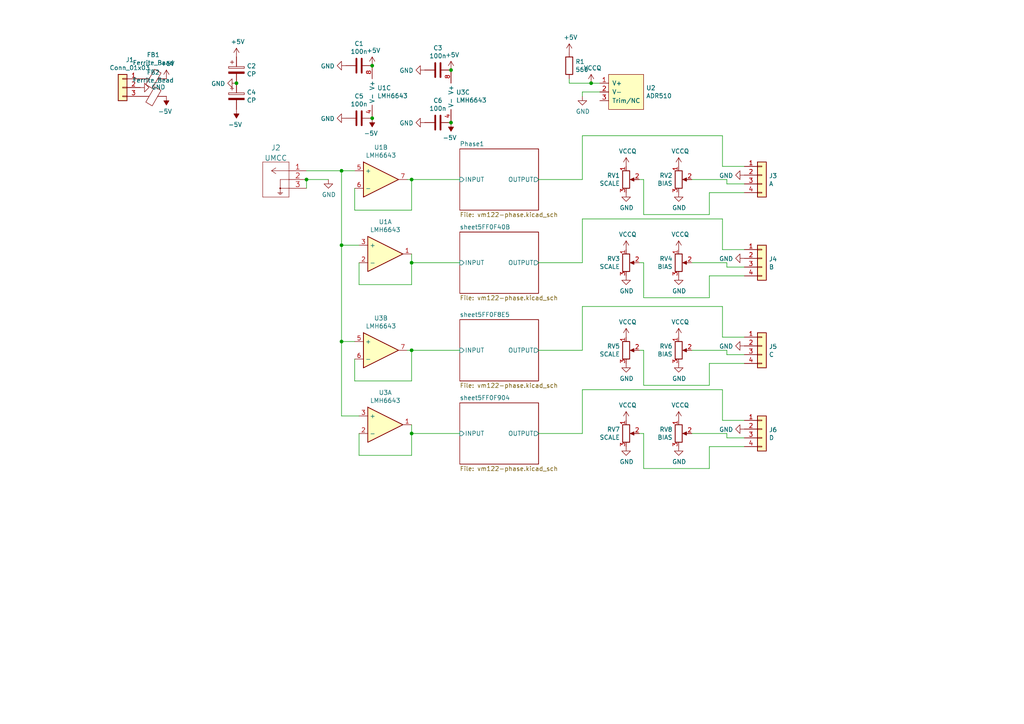
<source format=kicad_sch>
(kicad_sch (version 20211123) (generator eeschema)
  (paper "A4")
  (lib_symbols
    (symbol "Connector_Generic:Conn_01x03" (pin_names (offset 1.016) hide)
      (property "Reference" "J" (at 0 5.08 0))
      (property "Value" "Conn_01x03" (at 0 -5.08 0))
      (symbol "Conn_01x03_1_1"
        (rectangle (start -1.27 -2.413) (end 0 -2.667) (stroke (width 0.1524)))
        (rectangle (start -1.27 0.127) (end 0 -0.127) (stroke (width 0.1524)))
        (rectangle (start -1.27 2.667) (end 0 2.413) (stroke (width 0.1524)))
        (rectangle (start -1.27 3.81) (end 1.27 -3.81) (stroke (width 0.254)) (fill (type background)))
        (pin passive line (at -5.08 2.54 0) (length 3.81) (name "Pin_1") (number "1"))
        (pin passive line (at -5.08 0 0) (length 3.81) (name "Pin_2") (number "2"))
        (pin passive line (at -5.08 -2.54 0) (length 3.81) (name "Pin_3") (number "3"))
      )
    )
    (symbol "Connector_Generic:Conn_01x04" (pin_names (offset 1.016) hide)
      (property "Reference" "J" (at 0 5.08 0))
      (property "Value" "Conn_01x04" (at 0 -7.62 0))
      (symbol "Conn_01x04_1_1"
        (rectangle (start -1.27 -4.953) (end 0 -5.207) (stroke (width 0.1524)))
        (rectangle (start -1.27 -2.413) (end 0 -2.667) (stroke (width 0.1524)))
        (rectangle (start -1.27 0.127) (end 0 -0.127) (stroke (width 0.1524)))
        (rectangle (start -1.27 2.667) (end 0 2.413) (stroke (width 0.1524)))
        (rectangle (start -1.27 3.81) (end 1.27 -6.35) (stroke (width 0.254)) (fill (type background)))
        (pin passive line (at -5.08 2.54 0) (length 3.81) (name "Pin_1") (number "1"))
        (pin passive line (at -5.08 0 0) (length 3.81) (name "Pin_2") (number "2"))
        (pin passive line (at -5.08 -2.54 0) (length 3.81) (name "Pin_3") (number "3"))
        (pin passive line (at -5.08 -5.08 0) (length 3.81) (name "Pin_4") (number "4"))
      )
    )
    (symbol "Device:C" (pin_numbers hide) (pin_names (offset 0.254))
      (property "Reference" "C" (at 0.635 2.54 0))
      (property "Value" "C" (at 0.635 -2.54 0))
      (symbol "C_0_1"
        (polyline (pts (xy -2.032 -0.762) (xy 2.032 -0.762)) (stroke (width 0.508)))
        (polyline (pts (xy -2.032 0.762) (xy 2.032 0.762)) (stroke (width 0.508)))
      )
      (symbol "C_1_1"
        (pin passive line (at 0 3.81 270) (length 2.794) (name "~") (number "1"))
        (pin passive line (at 0 -3.81 90) (length 2.794) (name "~") (number "2"))
      )
    )
    (symbol "Device:R" (pin_numbers hide) (pin_names (offset 0))
      (property "Reference" "R" (at 2.032 0 90))
      (property "Value" "R" (at 0 0 90))
      (symbol "R_0_1"
        (rectangle (start -1.016 -2.54) (end 1.016 2.54) (stroke (width 0.254)))
      )
      (symbol "R_1_1"
        (pin passive line (at 0 3.81 270) (length 1.27) (name "~") (number "1"))
        (pin passive line (at 0 -3.81 90) (length 1.27) (name "~") (number "2"))
      )
    )
    (symbol "power:+5V" (power) (pin_names (offset 0))
      (property "Value" "+5V" (at 0 3.556 0))
      (symbol "+5V_0_1"
        (polyline (pts (xy -0.762 1.27) (xy 0 2.54)))
        (polyline (pts (xy 0 0) (xy 0 2.54)))
        (polyline (pts (xy 0 2.54) (xy 0.762 1.27)))
      )
      (symbol "+5V_1_1"
        (pin power_in line (at 0 0 90) (length 0) hide (name "+5V") (number "1"))
      )
    )
    (symbol "power:-5V" (power) (pin_names (offset 0))
      (property "Value" "-5V" (at 0 3.81 0))
      (symbol "-5V_0_0"
        (pin power_in line (at 0 0 90) (length 0) hide (name "-5V") (number "1"))
      )
      (symbol "-5V_0_1"
        (polyline (pts (xy 0 0) (xy 0 1.27) (xy 0.762 1.27) (xy 0 2.54) (xy -0.762 1.27) (xy 0 1.27)) (fill (type outline)))
      )
    )
    (symbol "power:GND" (power) (pin_names (offset 0))
      (property "Value" "GND" (at 0 -3.81 0))
      (symbol "GND_0_1"
        (polyline (pts (xy 0 0) (xy 0 -1.27) (xy 1.27 -1.27) (xy 0 -2.54) (xy -1.27 -1.27) (xy 0 -1.27)))
      )
      (symbol "GND_1_1"
        (pin power_in line (at 0 0 270) (length 0) hide (name "GND") (number "1"))
      )
    )
    (symbol "power:VCCQ" (power) (pin_names (offset 0))
      (property "Value" "VCCQ" (at 0 3.81 0))
      (symbol "VCCQ_0_1"
        (polyline (pts (xy -0.762 1.27) (xy 0 2.54)))
        (polyline (pts (xy 0 0) (xy 0 2.54)))
        (polyline (pts (xy 0 2.54) (xy 0.762 1.27)))
      )
      (symbol "VCCQ_1_1"
        (pin power_in line (at 0 0 90) (length 0) hide (name "VCCQ") (number "1"))
      )
    )
    (symbol "synkie_symbols:ADR510" (pin_names (offset 1.016))
      (property "Reference" "U" (at -1.27 6.35 0))
      (property "Value" "ADR510" (at 0 -6.35 0))
      (symbol "ADR510_0_1"
        (rectangle (start -5.08 5.08) (end 5.08 -5.08) (fill (type background)))
      )
      (symbol "ADR510_1_1"
        (pin input line (at -7.62 2.54 0) (length 2.54) (name "V+") (number "1"))
        (pin input line (at -7.62 0 0) (length 2.54) (name "V-") (number "2"))
        (pin input line (at -7.62 -2.54 0) (length 2.54) (name "Trim/NC") (number "3"))
      )
    )
    (symbol "synkie_symbols:Ferrite_Bead" (pin_numbers hide) (pin_names (offset 0))
      (property "Reference" "FB" (at -3.81 0.635 90))
      (property "Value" "Ferrite_Bead" (at 3.81 0 90))
      (symbol "Ferrite_Bead_0_1"
        (polyline (pts (xy 0 -1.27) (xy 0 -1.2192)))
        (polyline (pts (xy 0 1.27) (xy 0 1.2954)))
        (polyline (pts (xy -2.7686 0.4064) (xy -1.7018 2.2606) (xy 2.7686 -0.3048) (xy 1.6764 -2.159) (xy -2.7686 0.4064)))
      )
      (symbol "Ferrite_Bead_1_1"
        (pin passive line (at 0 3.81 270) (length 2.54) (name "~") (number "1"))
        (pin passive line (at 0 -3.81 90) (length 2.54) (name "~") (number "2"))
      )
    )
    (symbol "synkie_symbols:LMH6643"
      (property "Reference" "U" (at 0 5.08 0))
      (property "Value" "LMH6643" (at 0 -5.08 0))
      (symbol "LMH6643_1_1"
        (polyline (pts (xy -5.08 5.08) (xy 5.08 0) (xy -5.08 -5.08) (xy -5.08 5.08)) (stroke (width 0.254)) (fill (type background)))
        (pin output line (at 7.62 0 180) (length 2.54) (name "~") (number "1"))
        (pin input line (at -7.62 -2.54 0) (length 2.54) (name "-") (number "2"))
        (pin input line (at -7.62 2.54 0) (length 2.54) (name "+") (number "3"))
      )
      (symbol "LMH6643_2_1"
        (polyline (pts (xy -5.08 5.08) (xy 5.08 0) (xy -5.08 -5.08) (xy -5.08 5.08)) (stroke (width 0.254)) (fill (type background)))
        (pin input line (at -7.62 2.54 0) (length 2.54) (name "+") (number "5"))
        (pin input line (at -7.62 -2.54 0) (length 2.54) (name "-") (number "6"))
        (pin output line (at 7.62 0 180) (length 2.54) (name "~") (number "7"))
      )
      (symbol "LMH6643_3_1"
        (pin power_in line (at -2.54 -7.62 90) (length 3.81) (name "V-") (number "4"))
        (pin power_in line (at -2.54 7.62 270) (length 3.81) (name "V+") (number "8"))
      )
    )
    (symbol "synkie_symbols:UMCC" (pin_names (offset 0.254) hide)
      (property "Reference" "J" (at 8.89 6.35 0))
      (property "Value" "UMCC" (at 8.382 -8.8392 0))
      (symbol "UMCC_1_1"
        (polyline (pts (xy 5.08 -7.62) (xy 12.7 -7.62)) (stroke (width 0.127)))
        (polyline (pts (xy 5.08 2.54) (xy 5.08 -7.62)) (stroke (width 0.127)))
        (polyline (pts (xy 7.112 -6.604) (xy 8.128 -6.604)) (stroke (width 0.127)))
        (polyline (pts (xy 7.366 -6.858) (xy 7.874 -6.858)) (stroke (width 0.127)))
        (polyline (pts (xy 7.62 -5.08) (xy 5.08 -5.08)) (stroke (width 0.127)))
        (polyline (pts (xy 7.62 -2.54) (xy 5.08 -2.54)) (stroke (width 0.127)))
        (polyline (pts (xy 7.62 -2.54) (xy 7.62 -6.35)) (stroke (width 0.127)))
        (polyline (pts (xy 8.382 -6.35) (xy 6.858 -6.35)) (stroke (width 0.127)))
        (polyline (pts (xy 10.16 0) (xy 5.08 0)) (stroke (width 0.127)))
        (polyline (pts (xy 10.16 0) (xy 8.89 -0.8382)) (stroke (width 0.127)))
        (polyline (pts (xy 10.16 0) (xy 8.89 0.8382)) (stroke (width 0.127)))
        (polyline (pts (xy 12.7 -7.62) (xy 12.7 2.54)) (stroke (width 0.127)))
        (polyline (pts (xy 12.7 2.54) (xy 5.08 2.54)) (stroke (width 0.127)))
        (arc (start 7.62 -5.207) (mid 7.62 -4.953) (end 7.62 -5.207) (stroke (width 0.254)))
        (circle (center 7.62 -5.08) (radius 0.127) (stroke (width 0.254)))
        (pin unspecified line (at 0 0 0) (length 5.08) (name "1") (number "1"))
        (pin unspecified line (at 0 -2.54 0) (length 5.08) (name "2") (number "2"))
        (pin unspecified line (at 0 -5.08 0) (length 5.08) (name "3") (number "3"))
      )
    )
    (symbol "vm122-masterfader-rescue:CP-Device" (pin_numbers hide) (pin_names (offset 0.254))
      (property "Reference" "C" (at 0.635 2.54 0))
      (property "Value" "CP-Device" (at 0.635 -2.54 0))
      (symbol "CP-Device_0_1"
        (rectangle (start -2.286 0.508) (end 2.286 1.016))
        (polyline (pts (xy -1.778 2.286) (xy -0.762 2.286)))
        (polyline (pts (xy -1.27 2.794) (xy -1.27 1.778)))
        (rectangle (start 2.286 -0.508) (end -2.286 -1.016) (fill (type outline)))
      )
      (symbol "CP-Device_1_1"
        (pin passive line (at 0 3.81 270) (length 2.794) (name "~") (number "1"))
        (pin passive line (at 0 -3.81 90) (length 2.794) (name "~") (number "2"))
      )
    )
    (symbol "vm122-masterfader-rescue:R_POT-Device" (pin_names (offset 1.016) hide)
      (property "Reference" "RV" (at -4.445 0 90))
      (property "Value" "R_POT-Device" (at -2.54 0 90))
      (symbol "R_POT-Device_0_1"
        (polyline (pts (xy 2.54 0) (xy 1.524 0)))
        (polyline (pts (xy 1.143 0) (xy 2.286 0.508) (xy 2.286 -0.508) (xy 1.143 0)) (fill (type outline)))
        (rectangle (start 1.016 2.54) (end -1.016 -2.54) (stroke (width 0.254)))
      )
      (symbol "R_POT-Device_1_1"
        (pin passive line (at 0 3.81 270) (length 1.27) (name "1") (number "1"))
        (pin passive line (at 3.81 0 180) (length 1.27) (name "2") (number "2"))
        (pin passive line (at 0 -3.81 90) (length 1.27) (name "3") (number "3"))
      )
    )
  )
  (junction (at 99.06 99.06))
  (junction (at 68.58 24.13))
  (junction (at 130.81 20.32))
  (junction (at 107.95 19.05))
  (junction (at 99.06 71.12))
  (junction (at 107.95 34.29))
  (junction (at 119.38 76.2))
  (junction (at 99.06 49.53))
  (junction (at 119.38 52.07))
  (junction (at 130.81 35.56))
  (junction (at 171.45 24.13))
  (junction (at 119.38 125.73))
  (junction (at 119.38 101.6))
  (junction (at 88.9 52.07))
  (wire (pts (xy 186.69 101.6) (xy 185.42 101.6)))
  (wire (pts (xy 119.38 82.55) (xy 119.38 76.2)))
  (wire (pts (xy 210.82 76.2) (xy 210.82 77.47)))
  (wire (pts (xy 168.91 113.03) (xy 209.55 113.03)))
  (wire (pts (xy 99.06 49.53) (xy 102.87 49.53)))
  (wire (pts (xy 215.9 105.41) (xy 205.74 105.41)))
  (wire (pts (xy 209.55 113.03) (xy 209.55 121.92)))
  (wire (pts (xy 210.82 125.73) (xy 210.82 127)))
  (wire (pts (xy 209.55 72.39) (xy 215.9 72.39)))
  (wire (pts (xy 99.06 71.12) (xy 99.06 99.06)))
  (wire (pts (xy 156.21 52.07) (xy 168.91 52.07)))
  (wire (pts (xy 99.06 71.12) (xy 104.14 71.12)))
  (wire (pts (xy 156.21 76.2) (xy 168.91 76.2)))
  (wire (pts (xy 168.91 101.6) (xy 168.91 88.9)))
  (wire (pts (xy 168.91 39.37) (xy 209.55 39.37)))
  (wire (pts (xy 186.69 76.2) (xy 185.42 76.2)))
  (wire (pts (xy 133.35 125.73) (xy 119.38 125.73)))
  (wire (pts (xy 205.74 86.36) (xy 186.69 86.36)))
  (wire (pts (xy 209.55 97.79) (xy 215.9 97.79)))
  (wire (pts (xy 171.45 24.13) (xy 165.1 24.13)))
  (wire (pts (xy 168.91 76.2) (xy 168.91 63.5)))
  (wire (pts (xy 186.69 135.89) (xy 186.69 125.73)))
  (wire (pts (xy 215.9 129.54) (xy 205.74 129.54)))
  (wire (pts (xy 88.9 52.07) (xy 95.25 52.07)))
  (wire (pts (xy 99.06 49.53) (xy 99.06 71.12)))
  (wire (pts (xy 209.55 88.9) (xy 209.55 97.79)))
  (wire (pts (xy 205.74 111.76) (xy 186.69 111.76)))
  (wire (pts (xy 200.66 76.2) (xy 210.82 76.2)))
  (wire (pts (xy 119.38 76.2) (xy 119.38 73.66)))
  (wire (pts (xy 186.69 62.23) (xy 186.69 52.07)))
  (wire (pts (xy 118.11 52.07) (xy 119.38 52.07)))
  (wire (pts (xy 119.38 52.07) (xy 133.35 52.07)))
  (wire (pts (xy 119.38 60.96) (xy 119.38 52.07)))
  (wire (pts (xy 168.91 125.73) (xy 168.91 113.03)))
  (wire (pts (xy 209.55 63.5) (xy 209.55 72.39)))
  (wire (pts (xy 99.06 120.65) (xy 104.14 120.65)))
  (wire (pts (xy 173.99 24.13) (xy 171.45 24.13)))
  (wire (pts (xy 156.21 101.6) (xy 168.91 101.6)))
  (wire (pts (xy 205.74 129.54) (xy 205.74 135.89)))
  (wire (pts (xy 200.66 52.07) (xy 210.82 52.07)))
  (wire (pts (xy 168.91 52.07) (xy 168.91 39.37)))
  (wire (pts (xy 104.14 82.55) (xy 119.38 82.55)))
  (wire (pts (xy 119.38 101.6) (xy 133.35 101.6)))
  (wire (pts (xy 186.69 125.73) (xy 185.42 125.73)))
  (wire (pts (xy 209.55 121.92) (xy 215.9 121.92)))
  (wire (pts (xy 210.82 102.87) (xy 215.9 102.87)))
  (wire (pts (xy 168.91 26.67) (xy 168.91 27.94)))
  (wire (pts (xy 118.11 101.6) (xy 119.38 101.6)))
  (wire (pts (xy 119.38 110.49) (xy 119.38 101.6)))
  (wire (pts (xy 168.91 88.9) (xy 209.55 88.9)))
  (wire (pts (xy 205.74 55.88) (xy 205.74 62.23)))
  (wire (pts (xy 200.66 101.6) (xy 210.82 101.6)))
  (wire (pts (xy 210.82 53.34) (xy 215.9 53.34)))
  (wire (pts (xy 102.87 60.96) (xy 119.38 60.96)))
  (wire (pts (xy 104.14 132.08) (xy 119.38 132.08)))
  (wire (pts (xy 104.14 125.73) (xy 104.14 132.08)))
  (wire (pts (xy 165.1 24.13) (xy 165.1 22.86)))
  (wire (pts (xy 186.69 86.36) (xy 186.69 76.2)))
  (wire (pts (xy 210.82 52.07) (xy 210.82 53.34)))
  (wire (pts (xy 119.38 125.73) (xy 119.38 123.19)))
  (wire (pts (xy 156.21 125.73) (xy 168.91 125.73)))
  (wire (pts (xy 99.06 99.06) (xy 99.06 120.65)))
  (wire (pts (xy 104.14 76.2) (xy 104.14 82.55)))
  (wire (pts (xy 210.82 127) (xy 215.9 127)))
  (wire (pts (xy 205.74 135.89) (xy 186.69 135.89)))
  (wire (pts (xy 205.74 62.23) (xy 186.69 62.23)))
  (wire (pts (xy 209.55 39.37) (xy 209.55 48.26)))
  (wire (pts (xy 186.69 111.76) (xy 186.69 101.6)))
  (wire (pts (xy 102.87 54.61) (xy 102.87 60.96)))
  (wire (pts (xy 186.69 52.07) (xy 185.42 52.07)))
  (wire (pts (xy 119.38 132.08) (xy 119.38 125.73)))
  (wire (pts (xy 205.74 105.41) (xy 205.74 111.76)))
  (wire (pts (xy 88.9 52.07) (xy 88.9 54.61)))
  (wire (pts (xy 210.82 101.6) (xy 210.82 102.87)))
  (wire (pts (xy 200.66 125.73) (xy 210.82 125.73)))
  (wire (pts (xy 88.9 49.53) (xy 99.06 49.53)))
  (wire (pts (xy 102.87 104.14) (xy 102.87 110.49)))
  (wire (pts (xy 215.9 55.88) (xy 205.74 55.88)))
  (wire (pts (xy 102.87 99.06) (xy 99.06 99.06)))
  (wire (pts (xy 209.55 48.26) (xy 215.9 48.26)))
  (wire (pts (xy 215.9 80.01) (xy 205.74 80.01)))
  (wire (pts (xy 102.87 110.49) (xy 119.38 110.49)))
  (wire (pts (xy 210.82 77.47) (xy 215.9 77.47)))
  (wire (pts (xy 205.74 80.01) (xy 205.74 86.36)))
  (wire (pts (xy 173.99 26.67) (xy 168.91 26.67)))
  (wire (pts (xy 133.35 76.2) (xy 119.38 76.2)))
  (wire (pts (xy 168.91 63.5) (xy 209.55 63.5)))
  (symbol (lib_id "power:GND") (at 95.25 52.07 0) (unit 1)
    (property "Reference" "#PWR021" (effects hide))
    (property "Value" "GND" (at 95.377 56.4642 0))
  )
  (symbol (lib_id "synkie_symbols:LMH6643") (at 111.76 73.66 0) (unit 1)
    (property "Reference" "U1" (at 111.76 64.3382 0))
    (property "Value" "LMH6643" (at 111.76 66.6496 0))
    (property "Footprint" "synkie_footprints:SOIC-8_3.9x4.9mm_P1.27mm" (effects hide))
  )
  (symbol (lib_id "synkie_symbols:LMH6643") (at 110.49 52.07 0) (unit 2)
    (property "Reference" "U1" (at 110.49 42.7482 0))
    (property "Value" "LMH6643" (at 110.49 45.0596 0))
    (property "Footprint" "synkie_footprints:SOIC-8_3.9x4.9mm_P1.27mm" (effects hide))
  )
  (symbol (lib_id "synkie_symbols:LMH6643") (at 110.49 26.67 0) (unit 3)
    (property "Reference" "U1" (at 109.4232 25.5016 0) (effects (justify left)))
    (property "Value" "LMH6643" (at 109.4232 27.813 0) (effects (justify left)))
    (property "Footprint" "synkie_footprints:SOIC-8_3.9x4.9mm_P1.27mm" (effects hide))
  )
  (symbol (lib_id "synkie_symbols:LMH6643") (at 111.76 123.19 0) (unit 1)
    (property "Reference" "U3" (at 111.76 113.8682 0))
    (property "Value" "LMH6643" (at 111.76 116.1796 0))
    (property "Footprint" "synkie_footprints:SOIC-8_3.9x4.9mm_P1.27mm" (effects hide))
  )
  (symbol (lib_id "synkie_symbols:LMH6643") (at 110.49 101.6 0) (unit 2)
    (property "Reference" "U3" (at 110.49 92.2782 0))
    (property "Value" "LMH6643" (at 110.49 94.5896 0))
    (property "Footprint" "synkie_footprints:SOIC-8_3.9x4.9mm_P1.27mm" (effects hide))
  )
  (symbol (lib_id "power:+5V") (at 107.95 19.05 0) (unit 1)
    (property "Reference" "#PWR04" (effects hide))
    (property "Value" "+5V" (at 108.331 14.6558 0))
  )
  (symbol (lib_id "power:-5V") (at 107.95 34.29 180) (unit 1)
    (property "Reference" "#PWR015" (effects hide))
    (property "Value" "-5V" (at 107.569 38.6842 0))
  )
  (symbol (lib_id "Device:C") (at 104.14 34.29 270) (unit 1)
    (property "Reference" "C5" (at 104.14 27.8892 90))
    (property "Value" "100n" (at 104.14 30.2006 90))
    (property "Footprint" "synkie_footprints:C_0603_1608Metric_Pad1.05x0.95mm_HandSolder" (effects hide))
  )
  (symbol (lib_id "Device:C") (at 104.14 19.05 270) (unit 1)
    (property "Reference" "C1" (at 104.14 12.6492 90))
    (property "Value" "100n" (at 104.14 14.9606 90))
    (property "Footprint" "synkie_footprints:C_0603_1608Metric_Pad1.05x0.95mm_HandSolder" (effects hide))
  )
  (symbol (lib_id "power:GND") (at 100.33 19.05 270) (unit 1)
    (property "Reference" "#PWR03" (effects hide))
    (property "Value" "GND" (at 97.0788 19.177 90) (effects (justify right)))
  )
  (symbol (lib_id "power:GND") (at 100.33 34.29 270) (unit 1)
    (property "Reference" "#PWR014" (effects hide))
    (property "Value" "GND" (at 97.0788 34.417 90) (effects (justify right)))
  )
  (symbol (lib_id "synkie_symbols:LMH6643") (at 133.35 27.94 0) (unit 3)
    (property "Reference" "U3" (at 132.2832 26.7716 0) (effects (justify left)))
    (property "Value" "LMH6643" (at 132.2832 29.083 0) (effects (justify left)))
    (property "Footprint" "synkie_footprints:SOIC-8_3.9x4.9mm_P1.27mm" (effects hide))
  )
  (symbol (lib_id "power:+5V") (at 130.81 20.32 0) (unit 1)
    (property "Reference" "#PWR06" (effects hide))
    (property "Value" "+5V" (at 131.191 15.9258 0))
  )
  (symbol (lib_id "power:-5V") (at 130.81 35.56 180) (unit 1)
    (property "Reference" "#PWR017" (effects hide))
    (property "Value" "-5V" (at 130.429 39.9542 0))
  )
  (symbol (lib_id "Device:C") (at 127 35.56 270) (unit 1)
    (property "Reference" "C6" (at 127 29.1592 90))
    (property "Value" "100n" (at 127 31.4706 90))
    (property "Footprint" "synkie_footprints:C_0603_1608Metric_Pad1.05x0.95mm_HandSolder" (effects hide))
  )
  (symbol (lib_id "Device:C") (at 127 20.32 270) (unit 1)
    (property "Reference" "C3" (at 127 13.9192 90))
    (property "Value" "100n" (at 127 16.2306 90))
    (property "Footprint" "synkie_footprints:C_0603_1608Metric_Pad1.05x0.95mm_HandSolder" (effects hide))
  )
  (symbol (lib_id "power:GND") (at 123.19 20.32 270) (unit 1)
    (property "Reference" "#PWR05" (effects hide))
    (property "Value" "GND" (at 119.9388 20.447 90) (effects (justify right)))
  )
  (symbol (lib_id "power:GND") (at 123.19 35.56 270) (unit 1)
    (property "Reference" "#PWR016" (effects hide))
    (property "Value" "GND" (at 119.9388 35.687 90) (effects (justify right)))
  )
  (symbol (lib_id "vm122-masterfader-rescue:R_POT-Device") (at 181.61 52.07 0) (unit 1)
    (property "Reference" "RV1" (at 179.832 50.9016 0) (effects (justify right)))
    (property "Value" "SCALE" (at 179.832 53.213 0) (effects (justify right)))
    (property "Footprint" "synkie_footprints:Potentiometer_Alps_RS6011xP_Slide" (effects hide))
  )
  (symbol (lib_id "power:GND") (at 181.61 55.88 0) (unit 1)
    (property "Reference" "#PWR022" (effects hide))
    (property "Value" "GND" (at 181.737 60.2742 0))
  )
  (symbol (lib_id "power:VCCQ") (at 181.61 48.26 0) (unit 1)
    (property "Reference" "#PWR018" (effects hide))
    (property "Value" "VCCQ" (at 182.0418 43.8658 0))
  )
  (symbol (lib_id "vm122-masterfader-rescue:R_POT-Device") (at 196.85 52.07 0) (unit 1)
    (property "Reference" "RV2" (at 195.072 50.9016 0) (effects (justify right)))
    (property "Value" "BIAS" (at 195.072 53.213 0) (effects (justify right)))
    (property "Footprint" "synkie_footprints:Potentiometer_Alps_RK09K_Single_Vertical" (effects hide))
  )
  (symbol (lib_id "power:GND") (at 196.85 55.88 0) (unit 1)
    (property "Reference" "#PWR023" (effects hide))
    (property "Value" "GND" (at 196.977 60.2742 0))
  )
  (symbol (lib_id "power:VCCQ") (at 196.85 48.26 0) (unit 1)
    (property "Reference" "#PWR019" (effects hide))
    (property "Value" "VCCQ" (at 197.2818 43.8658 0))
  )
  (symbol (lib_id "synkie_symbols:ADR510") (at 181.61 26.67 0) (unit 1)
    (property "Reference" "U2" (at 187.4012 25.5016 0) (effects (justify left)))
    (property "Value" "ADR510" (at 187.4012 27.813 0) (effects (justify left)))
    (property "Footprint" "synkie_footprints:SOT-23" (effects hide))
  )
  (symbol (lib_id "Device:R") (at 165.1 19.05 0) (unit 1)
    (property "Reference" "R1" (at 166.878 17.8816 0) (effects (justify left)))
    (property "Value" "560" (at 166.878 20.193 0) (effects (justify left)))
    (property "Footprint" "synkie_footprints:R_0805_2012Metric_Pad1.15x1.40mm_HandSolder" (effects hide))
  )
  (symbol (lib_id "power:GND") (at 168.91 27.94 0) (unit 1)
    (property "Reference" "#PWR012" (effects hide))
    (property "Value" "GND" (at 169.037 32.3342 0))
  )
  (symbol (lib_id "power:+5V") (at 165.1 15.24 0) (unit 1)
    (property "Reference" "#PWR01" (effects hide))
    (property "Value" "+5V" (at 165.481 10.8458 0))
  )
  (symbol (lib_id "power:VCCQ") (at 171.45 24.13 0) (unit 1)
    (property "Reference" "#PWR09" (effects hide))
    (property "Value" "VCCQ" (at 171.8818 19.7358 0))
  )
  (symbol (lib_id "Connector_Generic:Conn_01x04") (at 220.98 50.8 0) (unit 1)
    (property "Reference" "J3" (at 223.012 51.0032 0) (effects (justify left)))
    (property "Value" "A" (at 223.012 53.3146 0) (effects (justify left)))
    (property "Footprint" "synkie_footprints:Molex_KK-254_AE-6410-04A_1x04_P2.54mm_Vertical" (effects hide))
  )
  (symbol (lib_id "power:GND") (at 215.9 50.8 270) (unit 1)
    (property "Reference" "#PWR020" (effects hide))
    (property "Value" "GND" (at 212.6488 50.927 90) (effects (justify right)))
  )
  (symbol (lib_id "vm122-masterfader-rescue:R_POT-Device") (at 181.61 101.6 0) (unit 1)
    (property "Reference" "RV5" (at 179.832 100.4316 0) (effects (justify right)))
    (property "Value" "SCALE" (at 179.832 102.743 0) (effects (justify right)))
    (property "Footprint" "synkie_footprints:Potentiometer_Alps_RS6011xP_Slide" (effects hide))
  )
  (symbol (lib_id "power:GND") (at 181.61 80.01 0) (unit 1)
    (property "Reference" "#PWR027" (effects hide))
    (property "Value" "GND" (at 181.737 84.4042 0))
  )
  (symbol (lib_id "power:VCCQ") (at 181.61 72.39 0) (unit 1)
    (property "Reference" "#PWR024" (effects hide))
    (property "Value" "VCCQ" (at 182.0418 67.9958 0))
  )
  (symbol (lib_id "vm122-masterfader-rescue:R_POT-Device") (at 196.85 76.2 0) (unit 1)
    (property "Reference" "RV4" (at 195.072 75.0316 0) (effects (justify right)))
    (property "Value" "BIAS" (at 195.072 77.343 0) (effects (justify right)))
    (property "Footprint" "synkie_footprints:Potentiometer_Alps_RK09K_Single_Vertical" (effects hide))
  )
  (symbol (lib_id "power:GND") (at 196.85 80.01 0) (unit 1)
    (property "Reference" "#PWR028" (effects hide))
    (property "Value" "GND" (at 196.977 84.4042 0))
  )
  (symbol (lib_id "power:VCCQ") (at 196.85 72.39 0) (unit 1)
    (property "Reference" "#PWR025" (effects hide))
    (property "Value" "VCCQ" (at 197.2818 67.9958 0))
  )
  (symbol (lib_id "Connector_Generic:Conn_01x04") (at 220.98 74.93 0) (unit 1)
    (property "Reference" "J4" (at 223.012 75.1332 0) (effects (justify left)))
    (property "Value" "B" (at 223.012 77.4446 0) (effects (justify left)))
    (property "Footprint" "synkie_footprints:Molex_KK-254_AE-6410-04A_1x04_P2.54mm_Vertical" (effects hide))
  )
  (symbol (lib_id "power:GND") (at 215.9 74.93 270) (unit 1)
    (property "Reference" "#PWR026" (effects hide))
    (property "Value" "GND" (at 212.6488 75.057 90) (effects (justify right)))
  )
  (symbol (lib_id "vm122-masterfader-rescue:R_POT-Device") (at 181.61 76.2 0) (unit 1)
    (property "Reference" "RV3" (at 179.832 75.0316 0) (effects (justify right)))
    (property "Value" "SCALE" (at 179.832 77.343 0) (effects (justify right)))
    (property "Footprint" "synkie_footprints:Potentiometer_Alps_RS6011xP_Slide" (effects hide))
  )
  (symbol (lib_id "power:GND") (at 181.61 105.41 0) (unit 1)
    (property "Reference" "#PWR032" (effects hide))
    (property "Value" "GND" (at 181.737 109.8042 0))
  )
  (symbol (lib_id "power:VCCQ") (at 181.61 97.79 0) (unit 1)
    (property "Reference" "#PWR029" (effects hide))
    (property "Value" "VCCQ" (at 182.0418 93.3958 0))
  )
  (symbol (lib_id "vm122-masterfader-rescue:R_POT-Device") (at 196.85 101.6 0) (unit 1)
    (property "Reference" "RV6" (at 195.072 100.4316 0) (effects (justify right)))
    (property "Value" "BIAS" (at 195.072 102.743 0) (effects (justify right)))
    (property "Footprint" "synkie_footprints:Potentiometer_Alps_RK09K_Single_Vertical" (effects hide))
  )
  (symbol (lib_id "power:GND") (at 196.85 105.41 0) (unit 1)
    (property "Reference" "#PWR033" (effects hide))
    (property "Value" "GND" (at 196.977 109.8042 0))
  )
  (symbol (lib_id "power:VCCQ") (at 196.85 97.79 0) (unit 1)
    (property "Reference" "#PWR030" (effects hide))
    (property "Value" "VCCQ" (at 197.2818 93.3958 0))
  )
  (symbol (lib_id "Connector_Generic:Conn_01x04") (at 220.98 100.33 0) (unit 1)
    (property "Reference" "J5" (at 223.012 100.5332 0) (effects (justify left)))
    (property "Value" "C" (at 223.012 102.8446 0) (effects (justify left)))
    (property "Footprint" "synkie_footprints:Molex_KK-254_AE-6410-04A_1x04_P2.54mm_Vertical" (effects hide))
  )
  (symbol (lib_id "power:GND") (at 215.9 100.33 270) (unit 1)
    (property "Reference" "#PWR031" (effects hide))
    (property "Value" "GND" (at 212.6488 100.457 90) (effects (justify right)))
  )
  (symbol (lib_id "vm122-masterfader-rescue:R_POT-Device") (at 181.61 125.73 0) (unit 1)
    (property "Reference" "RV7" (at 179.832 124.5616 0) (effects (justify right)))
    (property "Value" "SCALE" (at 179.832 126.873 0) (effects (justify right)))
    (property "Footprint" "synkie_footprints:Potentiometer_Alps_RK09K_Single_Vertical" (effects hide))
  )
  (symbol (lib_id "power:GND") (at 181.61 129.54 0) (unit 1)
    (property "Reference" "#PWR037" (effects hide))
    (property "Value" "GND" (at 181.737 133.9342 0))
  )
  (symbol (lib_id "power:VCCQ") (at 181.61 121.92 0) (unit 1)
    (property "Reference" "#PWR034" (effects hide))
    (property "Value" "VCCQ" (at 182.0418 117.5258 0))
  )
  (symbol (lib_id "vm122-masterfader-rescue:R_POT-Device") (at 196.85 125.73 0) (unit 1)
    (property "Reference" "RV8" (at 195.072 124.5616 0) (effects (justify right)))
    (property "Value" "BIAS" (at 195.072 126.873 0) (effects (justify right)))
    (property "Footprint" "synkie_footprints:Potentiometer_Alps_RK09K_Single_Vertical" (effects hide))
  )
  (symbol (lib_id "power:GND") (at 196.85 129.54 0) (unit 1)
    (property "Reference" "#PWR038" (effects hide))
    (property "Value" "GND" (at 196.977 133.9342 0))
  )
  (symbol (lib_id "power:VCCQ") (at 196.85 121.92 0) (unit 1)
    (property "Reference" "#PWR035" (effects hide))
    (property "Value" "VCCQ" (at 197.2818 117.5258 0))
  )
  (symbol (lib_id "Connector_Generic:Conn_01x04") (at 220.98 124.46 0) (unit 1)
    (property "Reference" "J6" (at 223.012 124.6632 0) (effects (justify left)))
    (property "Value" "D" (at 223.012 126.9746 0) (effects (justify left)))
    (property "Footprint" "synkie_footprints:Molex_KK-254_AE-6410-04A_1x04_P2.54mm_Vertical" (effects hide))
  )
  (symbol (lib_id "power:GND") (at 215.9 124.46 270) (unit 1)
    (property "Reference" "#PWR036" (effects hide))
    (property "Value" "GND" (at 212.6488 124.587 90) (effects (justify right)))
  )
  (symbol (lib_id "Connector_Generic:Conn_01x03") (at 35.56 25.4 0) (mirror y) (unit 1)
    (property "Reference" "J1" (at 37.6428 17.3482 0))
    (property "Value" "Conn_01x03" (at 37.6428 19.6596 0))
    (property "Footprint" "synkie_footprints:Molex_KK-254_AE-6410-03A_1x03_P2.54mm_Vertical" (effects hide))
  )
  (symbol (lib_id "synkie_symbols:Ferrite_Bead") (at 44.45 22.86 270) (unit 1)
    (property "Reference" "FB1" (at 44.45 15.9004 90))
    (property "Value" "Ferrite_Bead" (at 44.45 18.2118 90))
    (property "Footprint" "synkie_footprints:L_1206_3216Metric_Pad1.42x1.75mm_HandSolder" (effects hide))
  )
  (symbol (lib_id "synkie_symbols:Ferrite_Bead") (at 44.45 27.94 270) (unit 1)
    (property "Reference" "FB2" (at 44.45 20.9804 90))
    (property "Value" "Ferrite_Bead" (at 44.45 23.2918 90))
    (property "Footprint" "synkie_footprints:L_1206_3216Metric_Pad1.42x1.75mm_HandSolder" (effects hide))
  )
  (symbol (lib_id "power:GND") (at 40.64 25.4 90) (unit 1)
    (property "Reference" "#PWR010" (effects hide))
    (property "Value" "GND" (at 43.8912 25.273 90) (effects (justify right)))
  )
  (symbol (lib_id "power:+5V") (at 48.26 22.86 0) (unit 1)
    (property "Reference" "#PWR07" (effects hide))
    (property "Value" "+5V" (at 48.641 18.4658 0))
  )
  (symbol (lib_id "power:-5V") (at 48.26 27.94 180) (unit 1)
    (property "Reference" "#PWR011" (effects hide))
    (property "Value" "-5V" (at 47.879 32.3342 0))
  )
  (symbol (lib_id "power:+5V") (at 68.58 16.51 0) (unit 1)
    (property "Reference" "#PWR02" (effects hide))
    (property "Value" "+5V" (at 68.961 12.1158 0))
  )
  (symbol (lib_id "vm122-masterfader-rescue:CP-Device") (at 68.58 20.32 0) (unit 1)
    (property "Reference" "C2" (at 71.5772 19.1516 0) (effects (justify left)))
    (property "Value" "CP" (at 71.5772 21.463 0) (effects (justify left)))
    (property "Footprint" "synkie_footprints:CP_EIA-3528-21_Kemet-B_Pad1.50x2.35mm_HandSolder" (effects hide))
  )
  (symbol (lib_id "vm122-masterfader-rescue:CP-Device") (at 68.58 27.94 0) (unit 1)
    (property "Reference" "C4" (at 71.5772 26.7716 0) (effects (justify left)))
    (property "Value" "CP" (at 71.5772 29.083 0) (effects (justify left)))
    (property "Footprint" "synkie_footprints:CP_EIA-3528-21_Kemet-B_Pad1.50x2.35mm_HandSolder" (effects hide))
  )
  (symbol (lib_id "power:-5V") (at 68.58 31.75 180) (unit 1)
    (property "Reference" "#PWR013" (effects hide))
    (property "Value" "-5V" (at 68.199 36.1442 0))
  )
  (symbol (lib_id "power:GND") (at 68.58 24.13 270) (unit 1)
    (property "Reference" "#PWR08" (effects hide))
    (property "Value" "GND" (at 65.3288 24.257 90) (effects (justify right)))
  )
  (symbol (lib_id "synkie_symbols:UMCC") (at 88.9 49.53 0) (mirror y) (unit 1)
    (property "Reference" "J2" (at 80.01 42.8424 0) (effects (font (size 1.524 1.524))))
    (property "Value" "UMCC" (at 80.01 45.8358 0) (effects (font (size 1.524 1.524))))
    (property "Footprint" "synkie_footprints:TE_UMCC_2337019-1" (effects hide))
  )
  (sheet (at 133.35 43.18) (size 22.86 17.78)
    (property "Sheet name" "Phase1" (at 133.35 42.4684 0) (effects (justify left bottom)))
    (property "Sheet file" "vm122-phase.kicad_sch" (at 133.35 61.5446 0) (effects (justify left top)))
    (pin "INPUT" input (at 133.35 52.07 180))
    (pin "OUTPUT" output (at 156.21 52.07 0))
  )
  (sheet (at 133.35 67.31) (size 22.86 17.78)
    (property "Sheet name" "sheet5FF0F40B" (at 133.35 66.5984 0) (effects (justify left bottom)))
    (property "Sheet file" "vm122-phase.kicad_sch" (at 133.35 85.6746 0) (effects (justify left top)))
    (pin "INPUT" input (at 133.35 76.2 180))
    (pin "OUTPUT" output (at 156.21 76.2 0))
  )
  (sheet (at 133.35 92.71) (size 22.86 17.78)
    (property "Sheet name" "sheet5FF0F8E5" (at 133.35 91.9984 0) (effects (justify left bottom)))
    (property "Sheet file" "vm122-phase.kicad_sch" (at 133.35 111.0746 0) (effects (justify left top)))
    (pin "INPUT" input (at 133.35 101.6 180))
    (pin "OUTPUT" output (at 156.21 101.6 0))
  )
  (sheet (at 133.35 116.84) (size 22.86 17.78)
    (property "Sheet name" "sheet5FF0F904" (at 133.35 116.1284 0) (effects (justify left bottom)))
    (property "Sheet file" "vm122-phase.kicad_sch" (at 133.35 135.2046 0) (effects (justify left top)))
    (pin "INPUT" input (at 133.35 125.73 180))
    (pin "OUTPUT" output (at 156.21 125.73 0))
  )
)
</source>
